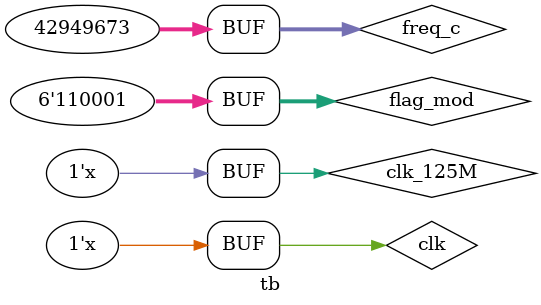
<source format=v>
`timescale 1ns/1ps
module tb;
reg clk; initial clk = 'b0;
always #5 clk <= ~clk;

reg clk_125M;initial clk_125M = 'b0;
always #4 clk_125M <= ~clk_125M;


reg [5:0] flag_mod;
reg [31:0] freq_c;
wire [7:0] out, mod_m;
wire mod_sk;

initial freq_c = 32'd429_496_73;

initial begin
	   flag_mod = 'b0;
	#1000 flag_mod = 6'b10_1010;
	#999999 flag_mod = 6'b11_0000;
	#560000 flag_mod = 6'b11_0001;
end


 Sine_gen the_sin(
	.clk(clk),
	.flag_mod(flag_mod),
	.freq_c(freq_c),
	.out(out), 
	.mod_m(mod_m),
	.mod_sk(mod_sk)

);





//top the_top(
//	.clk(clk),
//	.clk_125M(clk_125M)
//);

endmodule 
</source>
